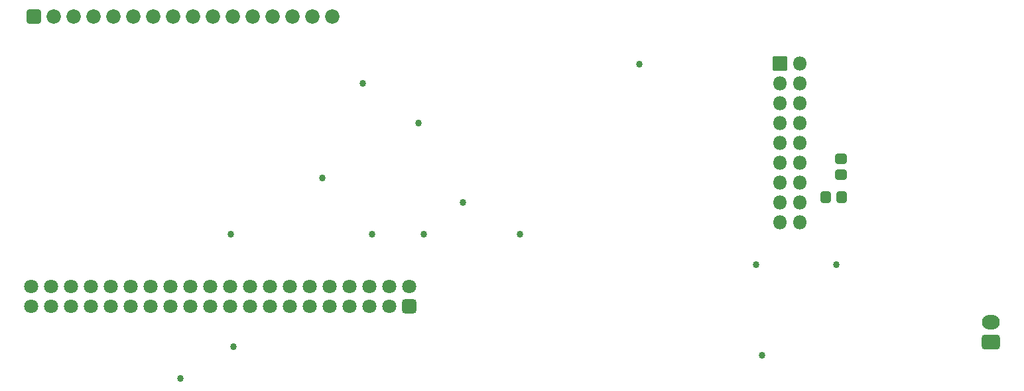
<source format=gbr>
%TF.GenerationSoftware,KiCad,Pcbnew,(6.0.4)*%
%TF.CreationDate,2023-03-10T15:04:28-05:00*%
%TF.ProjectId,Pi_part,50695f70-6172-4742-9e6b-696361645f70,v01*%
%TF.SameCoordinates,Original*%
%TF.FileFunction,Soldermask,Top*%
%TF.FilePolarity,Negative*%
%FSLAX46Y46*%
G04 Gerber Fmt 4.6, Leading zero omitted, Abs format (unit mm)*
G04 Created by KiCad (PCBNEW (6.0.4)) date 2023-03-10 15:04:28*
%MOMM*%
%LPD*%
G01*
G04 APERTURE LIST*
G04 Aperture macros list*
%AMRoundRect*
0 Rectangle with rounded corners*
0 $1 Rounding radius*
0 $2 $3 $4 $5 $6 $7 $8 $9 X,Y pos of 4 corners*
0 Add a 4 corners polygon primitive as box body*
4,1,4,$2,$3,$4,$5,$6,$7,$8,$9,$2,$3,0*
0 Add four circle primitives for the rounded corners*
1,1,$1+$1,$2,$3*
1,1,$1+$1,$4,$5*
1,1,$1+$1,$6,$7*
1,1,$1+$1,$8,$9*
0 Add four rect primitives between the rounded corners*
20,1,$1+$1,$2,$3,$4,$5,0*
20,1,$1+$1,$4,$5,$6,$7,0*
20,1,$1+$1,$6,$7,$8,$9,0*
20,1,$1+$1,$8,$9,$2,$3,0*%
G04 Aperture macros list end*
%ADD10RoundRect,0.300800X0.845000X-0.620000X0.845000X0.620000X-0.845000X0.620000X-0.845000X-0.620000X0*%
%ADD11O,2.291600X1.841600*%
%ADD12RoundRect,0.300800X0.450000X-0.350000X0.450000X0.350000X-0.450000X0.350000X-0.450000X-0.350000X0*%
%ADD13RoundRect,0.050800X-0.850000X-0.850000X0.850000X-0.850000X0.850000X0.850000X-0.850000X0.850000X0*%
%ADD14O,1.801600X1.801600*%
%ADD15RoundRect,0.300800X-0.620000X-0.620000X0.620000X-0.620000X0.620000X0.620000X-0.620000X0.620000X0*%
%ADD16C,1.841600*%
%ADD17RoundRect,0.300800X0.350000X0.450000X-0.350000X0.450000X-0.350000X-0.450000X0.350000X-0.450000X0*%
%ADD18RoundRect,0.300800X0.600000X-0.600000X0.600000X0.600000X-0.600000X0.600000X-0.600000X-0.600000X0*%
%ADD19C,1.801600*%
%ADD20C,0.863600*%
G04 APERTURE END LIST*
D10*
%TO.C,J3*%
X215181502Y-122783949D03*
D11*
X215181502Y-120243949D03*
%TD*%
D12*
%TO.C,R1*%
X196053502Y-101325949D03*
X196053502Y-99325949D03*
%TD*%
D13*
%TO.C,J1*%
X188248502Y-87125949D03*
D14*
X190788502Y-87125949D03*
X188248502Y-89665949D03*
X190788502Y-89665949D03*
X188248502Y-92205949D03*
X190788502Y-92205949D03*
X188248502Y-94745949D03*
X190788502Y-94745949D03*
X188248502Y-97285949D03*
X190788502Y-97285949D03*
X188248502Y-99825949D03*
X190788502Y-99825949D03*
X188248502Y-102365949D03*
X190788502Y-102365949D03*
X188248502Y-104905949D03*
X190788502Y-104905949D03*
X188248502Y-107445949D03*
X190788502Y-107445949D03*
%TD*%
D15*
%TO.C,J4*%
X92983502Y-81125949D03*
D16*
X95523502Y-81125949D03*
X98063502Y-81125949D03*
X100603502Y-81125949D03*
X103143502Y-81125949D03*
X105683502Y-81125949D03*
X108223502Y-81125949D03*
X110763502Y-81125949D03*
X113303502Y-81125949D03*
X115843502Y-81125949D03*
X118383502Y-81125949D03*
X120923502Y-81125949D03*
X123463502Y-81125949D03*
X126003502Y-81125949D03*
X128543502Y-81125949D03*
X131083502Y-81125949D03*
%TD*%
D17*
%TO.C,R2*%
X196103502Y-104265949D03*
X194103502Y-104265949D03*
%TD*%
D18*
%TO.C,J2*%
X140973502Y-118225949D03*
D19*
X140973502Y-115685949D03*
X138433502Y-118225949D03*
X138433502Y-115685949D03*
X135893502Y-118225949D03*
X135893502Y-115685949D03*
X133353502Y-118225949D03*
X133353502Y-115685949D03*
X130813502Y-118225949D03*
X130813502Y-115685949D03*
X128273502Y-118225949D03*
X128273502Y-115685949D03*
X125733502Y-118225949D03*
X125733502Y-115685949D03*
X123193502Y-118225949D03*
X123193502Y-115685949D03*
X120653502Y-118225949D03*
X120653502Y-115685949D03*
X118113502Y-118225949D03*
X118113502Y-115685949D03*
X115573502Y-118225949D03*
X115573502Y-115685949D03*
X113033502Y-118225949D03*
X113033502Y-115685949D03*
X110493502Y-118225949D03*
X110493502Y-115685949D03*
X107953502Y-118225949D03*
X107953502Y-115685949D03*
X105413502Y-118225949D03*
X105413502Y-115685949D03*
X102873502Y-118225949D03*
X102873502Y-115685949D03*
X100333502Y-118225949D03*
X100333502Y-115685949D03*
X97793502Y-118225949D03*
X97793502Y-115685949D03*
X95253502Y-118225949D03*
X95253502Y-115685949D03*
X92713502Y-118225949D03*
X92713502Y-115685949D03*
%TD*%
D20*
X170283502Y-87185949D03*
X185183502Y-112875949D03*
X195473502Y-112875949D03*
X129883502Y-101735949D03*
X135023502Y-89695949D03*
X111703502Y-127415949D03*
X118533502Y-123375949D03*
X142133502Y-94735949D03*
X185953502Y-124465949D03*
X118183502Y-108955949D03*
X142763502Y-108935949D03*
X155083502Y-108935949D03*
X136203502Y-108945949D03*
X147783502Y-104905949D03*
M02*

</source>
